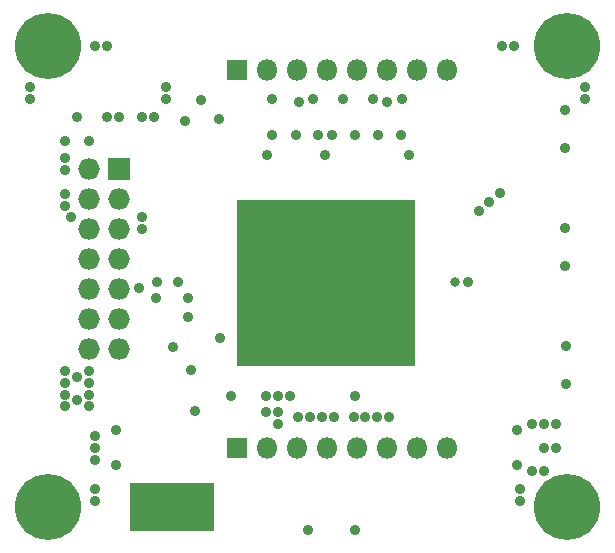
<source format=gbr>
%TF.GenerationSoftware,KiCad,Pcbnew,(5.1.6)-1*%
%TF.CreationDate,2022-04-15T15:17:14-04:00*%
%TF.ProjectId,MP28167 - Breakout,4d503238-3136-4372-902d-20427265616b,V1.0*%
%TF.SameCoordinates,Original*%
%TF.FileFunction,Soldermask,Bot*%
%TF.FilePolarity,Negative*%
%FSLAX46Y46*%
G04 Gerber Fmt 4.6, Leading zero omitted, Abs format (unit mm)*
G04 Created by KiCad (PCBNEW (5.1.6)-1) date 2022-04-15 15:17:14*
%MOMM*%
%LPD*%
G01*
G04 APERTURE LIST*
%ADD10C,0.100000*%
%ADD11O,1.800000X1.800000*%
%ADD12R,1.800000X1.800000*%
%ADD13R,1.827200X1.827200*%
%ADD14O,1.827200X1.827200*%
%ADD15C,5.600000*%
%ADD16C,0.900000*%
%ADD17C,0.800000*%
G04 APERTURE END LIST*
D10*
G36*
X86000000Y-134500000D02*
G01*
X79000000Y-134500000D01*
X79000000Y-130500000D01*
X86000000Y-130500000D01*
X86000000Y-134500000D01*
G37*
X86000000Y-134500000D02*
X79000000Y-134500000D01*
X79000000Y-130500000D01*
X86000000Y-130500000D01*
X86000000Y-134500000D01*
G36*
X103000000Y-120500000D02*
G01*
X88000000Y-120500000D01*
X88000000Y-106500000D01*
X103000000Y-106500000D01*
X103000000Y-120500000D01*
G37*
X103000000Y-120500000D02*
X88000000Y-120500000D01*
X88000000Y-106500000D01*
X103000000Y-106500000D01*
X103000000Y-120500000D01*
D11*
%TO.C,J1*%
X105780000Y-127500000D03*
X103240000Y-127500000D03*
X100700000Y-127500000D03*
X98160000Y-127500000D03*
X95620000Y-127500000D03*
X93080000Y-127500000D03*
X90540000Y-127500000D03*
D12*
X88000000Y-127500000D03*
%TD*%
%TO.C,J2*%
X88000000Y-95500000D03*
D11*
X90540000Y-95500000D03*
X93080000Y-95500000D03*
X95620000Y-95500000D03*
X98160000Y-95500000D03*
X100700000Y-95500000D03*
X103240000Y-95500000D03*
X105780000Y-95500000D03*
%TD*%
D13*
%TO.C,J4*%
X78000000Y-103880000D03*
D14*
X75460000Y-103880000D03*
X78000000Y-106420000D03*
X75460000Y-106420000D03*
X78000000Y-108960000D03*
X75460000Y-108960000D03*
X78000000Y-111500000D03*
X75460000Y-111500000D03*
X78000000Y-114040000D03*
X75460000Y-114040000D03*
X78000000Y-116580000D03*
X75460000Y-116580000D03*
X78000000Y-119120000D03*
X75460000Y-119120000D03*
%TD*%
D15*
%TO.C,H1*%
X72000000Y-132500000D03*
%TD*%
%TO.C,H2*%
X116000000Y-93500000D03*
%TD*%
%TO.C,H3*%
X116000000Y-132500000D03*
%TD*%
%TO.C,H4*%
X72000000Y-93500000D03*
%TD*%
D16*
X94300000Y-109900000D03*
X93300000Y-109900000D03*
X92300000Y-109900000D03*
X92300000Y-108900000D03*
X91600000Y-108100000D03*
X90600000Y-108100000D03*
X91300000Y-109000000D03*
X95000000Y-116400000D03*
X93800000Y-117200000D03*
X93800000Y-118200000D03*
X93800000Y-119100000D03*
X95200000Y-119100000D03*
X91300000Y-119100000D03*
X86600000Y-118200000D03*
X90500000Y-123100000D03*
X91500000Y-123100000D03*
X92500000Y-123100000D03*
X98000000Y-123100000D03*
X100900000Y-124900000D03*
X99900000Y-124900000D03*
X98900000Y-124900000D03*
X97900000Y-124900000D03*
X93200000Y-124900000D03*
X94200000Y-124900000D03*
X95200000Y-124900000D03*
X96200000Y-124900000D03*
X87500000Y-123100000D03*
X77800000Y-126000000D03*
X77800000Y-129000000D03*
X111700000Y-129000000D03*
X111700000Y-126000000D03*
X115900000Y-122100000D03*
X115900000Y-118900000D03*
X115800000Y-108900000D03*
X115800000Y-112100000D03*
X115800000Y-102100000D03*
X115800000Y-98900000D03*
X95500000Y-102700000D03*
X102600000Y-102700000D03*
X90600000Y-102700000D03*
X98000000Y-101000000D03*
X100000000Y-101000000D03*
X101900000Y-101000000D03*
X96100000Y-101000000D03*
X93000000Y-101000000D03*
X94900000Y-101000000D03*
X91000000Y-101000000D03*
X91000000Y-98000000D03*
X85000000Y-98100000D03*
X83600000Y-99800000D03*
X86500000Y-99700000D03*
X99100000Y-117800000D03*
X107600000Y-113500000D03*
X99100000Y-109100000D03*
X108500000Y-107500000D03*
X109400000Y-106700000D03*
X110300000Y-105900000D03*
X114000000Y-125500000D03*
X114000000Y-127500000D03*
X114000000Y-129500000D03*
X75500000Y-101500000D03*
X74500000Y-99500000D03*
X73500000Y-101500000D03*
X77000000Y-99500000D03*
X78000000Y-99500000D03*
X80000000Y-99500000D03*
X81000000Y-99500000D03*
X75500000Y-121000000D03*
X75500000Y-122000000D03*
X74500000Y-121500000D03*
X73500000Y-121000000D03*
X73500000Y-122000000D03*
X73500000Y-123000000D03*
X75500000Y-123000000D03*
X74500000Y-123500000D03*
X73500000Y-124000000D03*
X75500000Y-124000000D03*
X94500000Y-98000000D03*
X97000000Y-98000000D03*
X99500000Y-98000000D03*
X102000000Y-98000000D03*
X90500000Y-124500000D03*
X91500000Y-125500000D03*
X91500000Y-124500000D03*
X76000000Y-127500000D03*
X76000000Y-126500000D03*
X76000000Y-128500000D03*
X80000000Y-109000000D03*
X80000000Y-108000000D03*
X74000000Y-108000000D03*
X73500000Y-107000000D03*
X73500000Y-106000000D03*
X73500000Y-104000000D03*
X73500000Y-103000000D03*
X94000000Y-134500000D03*
X98000000Y-134500000D03*
X100700000Y-98200000D03*
X93300000Y-98200000D03*
X83900000Y-114800000D03*
X83900000Y-116400000D03*
X79700000Y-114000000D03*
X70500000Y-97000000D03*
X70500000Y-98000000D03*
X76000000Y-93500000D03*
X77000000Y-93500000D03*
X111500000Y-93500000D03*
X110500000Y-93500000D03*
X117500000Y-97000000D03*
X117500000Y-98000000D03*
X112000000Y-132000000D03*
X76000000Y-132000000D03*
X76000000Y-131000000D03*
X82000000Y-97000000D03*
X82000000Y-98000000D03*
X115000000Y-125500000D03*
X115000000Y-127500000D03*
X113000000Y-125500000D03*
X113000000Y-129500000D03*
X112000000Y-131000000D03*
D17*
X95000000Y-113000000D03*
X95000000Y-114000000D03*
X106500000Y-113500000D03*
D16*
X89400000Y-113500000D03*
X81200000Y-114800000D03*
X82600000Y-119000000D03*
X84100000Y-120900000D03*
X84500000Y-124400000D03*
X83000000Y-113500000D03*
X81250000Y-113499996D03*
M02*

</source>
